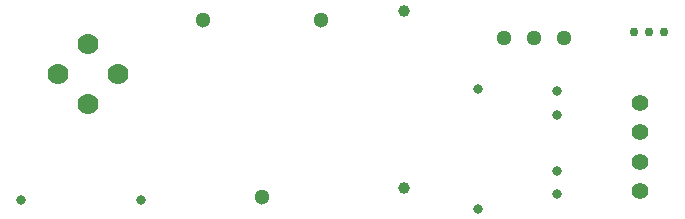
<source format=gbr>
%TF.GenerationSoftware,KiCad,Pcbnew,(6.0.7)*%
%TF.CreationDate,2022-09-16T11:34:41+01:00*%
%TF.ProjectId,gas sniffer,67617320-736e-4696-9666-65722e6b6963,rev?*%
%TF.SameCoordinates,Original*%
%TF.FileFunction,Plated,1,2,PTH,Drill*%
%TF.FilePolarity,Positive*%
%FSLAX46Y46*%
G04 Gerber Fmt 4.6, Leading zero omitted, Abs format (unit mm)*
G04 Created by KiCad (PCBNEW (6.0.7)) date 2022-09-16 11:34:41*
%MOMM*%
%LPD*%
G01*
G04 APERTURE LIST*
%TA.AperFunction,ComponentDrill*%
%ADD10C,0.750000*%
%TD*%
%TA.AperFunction,ComponentDrill*%
%ADD11C,0.800000*%
%TD*%
%TA.AperFunction,ComponentDrill*%
%ADD12C,1.000000*%
%TD*%
%TA.AperFunction,ComponentDrill*%
%ADD13C,1.290000*%
%TD*%
%TA.AperFunction,ComponentDrill*%
%ADD14C,1.300000*%
%TD*%
%TA.AperFunction,ComponentDrill*%
%ADD15C,1.400000*%
%TD*%
%TA.AperFunction,ComponentDrill*%
%ADD16C,1.778000*%
%TD*%
G04 APERTURE END LIST*
D10*
%TO.C,U2*%
X66000000Y-16750000D03*
X67270000Y-16750000D03*
X68540000Y-16750000D03*
D11*
%TO.C,R1*%
X14090000Y-31000000D03*
X24250000Y-31000000D03*
%TO.C,R2*%
X52750000Y-21590000D03*
X52750000Y-31750000D03*
%TO.C,C3*%
X59500000Y-21750000D03*
X59500000Y-23750000D03*
%TO.C,C2*%
X59500000Y-28500000D03*
X59500000Y-30500000D03*
D12*
%TO.C,C1*%
X46500000Y-15000000D03*
X46500000Y-30000000D03*
D13*
%TO.C,IC1*%
X55000000Y-17250000D03*
X57540000Y-17250000D03*
X60080000Y-17250000D03*
D14*
%TO.C,VR1*%
X29500000Y-15750000D03*
X34500000Y-30750000D03*
X39500000Y-15750000D03*
D15*
%TO.C,J1*%
X66500000Y-22750000D03*
X66500000Y-25250000D03*
X66500000Y-27750000D03*
X66500000Y-30250000D03*
D16*
%TO.C,U1*%
X17210000Y-20290000D03*
X19750000Y-17750000D03*
X19750000Y-22830000D03*
X22290000Y-20290000D03*
M02*

</source>
